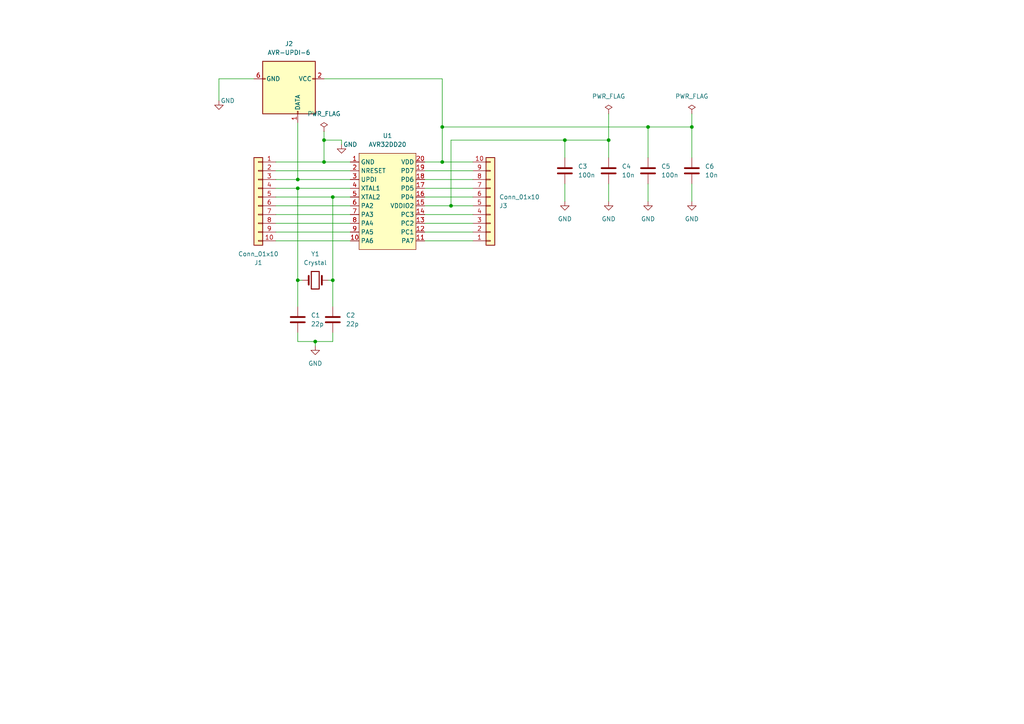
<source format=kicad_sch>
(kicad_sch (version 20211123) (generator eeschema)
  (paper "A4")
  (lib_symbols
    (symbol "Connector:AVR-UPDI-6" (pin_names (offset 1.016))
      (property "Reference" "J" (at -6.35 8.89 0))
      (property "Value" "AVR-UPDI-6" (at 0 8.89 0))
      (symbol "AVR-UPDI-6_0_1"
        (rectangle (start -2.667 -6.858) (end -2.413 -7.62))
        (rectangle (start -2.667 7.62) (end -2.413 6.858))
        (rectangle (start 7.62 2.667) (end 6.858 2.413))
        (rectangle (start 7.62 7.62) (end -7.62 -7.62) (stroke (width 0.254)) (fill (type background)))
      )
      (symbol "AVR-UPDI-6_1_1"
        (pin passive line (at 10.16 2.54 180) (length 2.54) (name "DATA") (number "1"))
        (pin passive line (at -2.54 10.16 270) (length 2.54) (name "VCC") (number "2"))
        (pin no_connect line (at 7.62 0 180) (length 2.54) hide (name "NC") (number "3"))
        (pin no_connect line (at 7.62 -2.54 180) (length 2.54) hide (name "NC") (number "4"))
        (pin no_connect line (at 7.62 -5.08 180) (length 2.54) hide (name "NC") (number "5"))
        (pin passive line (at -2.54 -10.16 90) (length 2.54) (name "GND") (number "6"))
      )
    )
    (symbol "Connector_Generic:Conn_01x10" (pin_names (offset 1.016) hide)
      (property "Reference" "J" (at 0 12.7 0))
      (property "Value" "Conn_01x10" (at 0 -15.24 0))
      (symbol "Conn_01x10_1_1"
        (rectangle (start -1.27 -12.573) (end 0 -12.827) (stroke (width 0.1524)))
        (rectangle (start -1.27 -10.033) (end 0 -10.287) (stroke (width 0.1524)))
        (rectangle (start -1.27 -7.493) (end 0 -7.747) (stroke (width 0.1524)))
        (rectangle (start -1.27 -4.953) (end 0 -5.207) (stroke (width 0.1524)))
        (rectangle (start -1.27 -2.413) (end 0 -2.667) (stroke (width 0.1524)))
        (rectangle (start -1.27 0.127) (end 0 -0.127) (stroke (width 0.1524)))
        (rectangle (start -1.27 2.667) (end 0 2.413) (stroke (width 0.1524)))
        (rectangle (start -1.27 5.207) (end 0 4.953) (stroke (width 0.1524)))
        (rectangle (start -1.27 7.747) (end 0 7.493) (stroke (width 0.1524)))
        (rectangle (start -1.27 10.287) (end 0 10.033) (stroke (width 0.1524)))
        (rectangle (start -1.27 11.43) (end 1.27 -13.97) (stroke (width 0.254)) (fill (type background)))
        (pin passive line (at -5.08 10.16 0) (length 3.81) (name "Pin_1") (number "1"))
        (pin passive line (at -5.08 -12.7 0) (length 3.81) (name "Pin_10") (number "10"))
        (pin passive line (at -5.08 7.62 0) (length 3.81) (name "Pin_2") (number "2"))
        (pin passive line (at -5.08 5.08 0) (length 3.81) (name "Pin_3") (number "3"))
        (pin passive line (at -5.08 2.54 0) (length 3.81) (name "Pin_4") (number "4"))
        (pin passive line (at -5.08 0 0) (length 3.81) (name "Pin_5") (number "5"))
        (pin passive line (at -5.08 -2.54 0) (length 3.81) (name "Pin_6") (number "6"))
        (pin passive line (at -5.08 -5.08 0) (length 3.81) (name "Pin_7") (number "7"))
        (pin passive line (at -5.08 -7.62 0) (length 3.81) (name "Pin_8") (number "8"))
        (pin passive line (at -5.08 -10.16 0) (length 3.81) (name "Pin_9") (number "9"))
      )
    )
    (symbol "Device:C" (pin_numbers hide) (pin_names (offset 0.254))
      (property "Reference" "C" (at 0.635 2.54 0))
      (property "Value" "C" (at 0.635 -2.54 0))
      (symbol "C_0_1"
        (polyline (pts (xy -2.032 -0.762) (xy 2.032 -0.762)) (stroke (width 0.508)))
        (polyline (pts (xy -2.032 0.762) (xy 2.032 0.762)) (stroke (width 0.508)))
      )
      (symbol "C_1_1"
        (pin passive line (at 0 3.81 270) (length 2.794) (name "~") (number "1"))
        (pin passive line (at 0 -3.81 90) (length 2.794) (name "~") (number "2"))
      )
    )
    (symbol "Device:Crystal" (pin_numbers hide) (pin_names (offset 1.016) hide)
      (property "Reference" "Y" (at 0 3.81 0))
      (property "Value" "Crystal" (at 0 -3.81 0))
      (symbol "Crystal_0_1"
        (rectangle (start -1.143 2.54) (end 1.143 -2.54) (stroke (width 0.3048)))
        (polyline (pts (xy -2.54 0) (xy -1.905 0)))
        (polyline (pts (xy -1.905 -1.27) (xy -1.905 1.27)) (stroke (width 0.508)))
        (polyline (pts (xy 1.905 -1.27) (xy 1.905 1.27)) (stroke (width 0.508)))
        (polyline (pts (xy 2.54 0) (xy 1.905 0)))
      )
      (symbol "Crystal_1_1"
        (pin passive line (at -3.81 0 0) (length 1.27) (name "1") (number "1"))
        (pin passive line (at 3.81 0 180) (length 1.27) (name "2") (number "2"))
      )
    )
    (symbol "avr32:AVR32DD20"
      (property "Reference" "U" (at 7.62 -26.67 0))
      (property "Value" "AVR32DD20" (at 8.89 3.81 0))
      (symbol "AVR32DD20_0_0"
        (pin power_in line (at -2.54 0 0) (length 2.54) (name "GND") (number "1"))
        (pin bidirectional line (at -2.54 -22.86 0) (length 2.54) (name "PA6") (number "10"))
        (pin bidirectional line (at 19.05 -22.86 180) (length 2.54) (name "PA7") (number "11"))
        (pin bidirectional line (at 19.05 -20.32 180) (length 2.54) (name "PC1") (number "12"))
        (pin bidirectional line (at 19.05 -17.78 180) (length 2.54) (name "PC2") (number "13"))
        (pin bidirectional line (at 19.05 -15.24 180) (length 2.54) (name "PC3") (number "14"))
        (pin power_in line (at 19.05 -12.7 180) (length 2.54) (name "VDDIO2") (number "15"))
        (pin bidirectional line (at 19.05 -10.16 180) (length 2.54) (name "PD4") (number "16"))
        (pin bidirectional line (at 19.05 -7.62 180) (length 2.54) (name "PD5") (number "17"))
        (pin bidirectional line (at 19.05 -5.08 180) (length 2.54) (name "PD6") (number "18"))
        (pin bidirectional line (at 19.05 -2.54 180) (length 2.54) (name "PD7") (number "19"))
        (pin bidirectional line (at -2.54 -2.54 0) (length 2.54) (name "NRESET") (number "2"))
        (pin power_in line (at 19.05 0 180) (length 2.54) (name "VDD") (number "20"))
        (pin bidirectional line (at -2.54 -5.08 0) (length 2.54) (name "UPDI") (number "3"))
        (pin bidirectional line (at -2.54 -7.62 0) (length 2.54) (name "XTAL1") (number "4"))
        (pin bidirectional line (at -2.54 -10.16 0) (length 2.54) (name "XTAL2") (number "5"))
        (pin bidirectional line (at -2.54 -12.7 0) (length 2.54) (name "PA2") (number "6"))
        (pin bidirectional line (at -2.54 -15.24 0) (length 2.54) (name "PA3") (number "7"))
        (pin bidirectional line (at -2.54 -17.78 0) (length 2.54) (name "PA4") (number "8"))
        (pin bidirectional line (at -2.54 -20.32 0) (length 2.54) (name "PA5") (number "9"))
      )
      (symbol "AVR32DD20_0_1"
        (rectangle (start 0 2.54) (end 16.51 -25.4) (fill (type background)))
      )
    )
    (symbol "power:GND" (power) (pin_names (offset 0))
      (property "Value" "GND" (at 0 -3.81 0))
      (symbol "GND_0_1"
        (polyline (pts (xy 0 0) (xy 0 -1.27) (xy 1.27 -1.27) (xy 0 -2.54) (xy -1.27 -1.27) (xy 0 -1.27)))
      )
      (symbol "GND_1_1"
        (pin power_in line (at 0 0 270) (length 0) hide (name "GND") (number "1"))
      )
    )
    (symbol "power:PWR_FLAG" (power) (pin_numbers hide) (pin_names (offset 0) hide)
      (property "Value" "PWR_FLAG" (at 0 3.81 0))
      (symbol "PWR_FLAG_0_0"
        (pin power_out line (at 0 0 90) (length 0) (name "pwr") (number "1"))
      )
      (symbol "PWR_FLAG_0_1"
        (polyline (pts (xy 0 0) (xy 0 1.27) (xy -1.016 1.905) (xy 0 2.54) (xy 1.016 1.905) (xy 0 1.27)))
      )
    )
  )
  (junction (at 200.66 36.83))
  (junction (at 86.36 54.61))
  (junction (at 96.52 81.28))
  (junction (at 163.83 40.64))
  (junction (at 93.98 46.99))
  (junction (at 86.36 52.07))
  (junction (at 128.27 36.83))
  (junction (at 96.52 57.15))
  (junction (at 130.81 59.69))
  (junction (at 187.96 36.83))
  (junction (at 86.36 81.28))
  (junction (at 176.53 40.64))
  (junction (at 91.44 99.06))
  (junction (at 128.27 46.99))
  (junction (at 93.98 40.64))
  (wire (pts (xy 73.66 22.86) (xy 63.5 22.86)))
  (wire (pts (xy 87.63 81.28) (xy 86.36 81.28)))
  (wire (pts (xy 86.36 54.61) (xy 101.6 54.61)))
  (wire (pts (xy 86.36 54.61) (xy 86.36 81.28)))
  (wire (pts (xy 128.27 46.99) (xy 137.16 46.99)))
  (wire (pts (xy 163.83 40.64) (xy 176.53 40.64)))
  (wire (pts (xy 123.19 46.99) (xy 128.27 46.99)))
  (wire (pts (xy 80.01 62.23) (xy 101.6 62.23)))
  (wire (pts (xy 96.52 57.15) (xy 96.52 81.28)))
  (wire (pts (xy 96.52 99.06) (xy 96.52 96.52)))
  (wire (pts (xy 80.01 59.69) (xy 101.6 59.69)))
  (wire (pts (xy 123.19 52.07) (xy 137.16 52.07)))
  (wire (pts (xy 128.27 36.83) (xy 187.96 36.83)))
  (wire (pts (xy 130.81 59.69) (xy 130.81 40.64)))
  (wire (pts (xy 130.81 59.69) (xy 137.16 59.69)))
  (wire (pts (xy 96.52 57.15) (xy 101.6 57.15)))
  (wire (pts (xy 176.53 33.02) (xy 176.53 40.64)))
  (wire (pts (xy 123.19 49.53) (xy 137.16 49.53)))
  (wire (pts (xy 80.01 64.77) (xy 101.6 64.77)))
  (wire (pts (xy 80.01 52.07) (xy 86.36 52.07)))
  (wire (pts (xy 128.27 22.86) (xy 128.27 36.83)))
  (wire (pts (xy 63.5 22.86) (xy 63.5 29.21)))
  (wire (pts (xy 123.19 54.61) (xy 137.16 54.61)))
  (wire (pts (xy 93.98 40.64) (xy 99.06 40.64)))
  (wire (pts (xy 91.44 99.06) (xy 91.44 100.33)))
  (wire (pts (xy 200.66 33.02) (xy 200.66 36.83)))
  (wire (pts (xy 187.96 53.34) (xy 187.96 58.42)))
  (wire (pts (xy 93.98 38.1) (xy 93.98 40.64)))
  (wire (pts (xy 93.98 46.99) (xy 101.6 46.99)))
  (wire (pts (xy 176.53 45.72) (xy 176.53 40.64)))
  (wire (pts (xy 86.36 35.56) (xy 86.36 52.07)))
  (wire (pts (xy 200.66 53.34) (xy 200.66 58.42)))
  (wire (pts (xy 128.27 46.99) (xy 128.27 36.83)))
  (wire (pts (xy 80.01 49.53) (xy 101.6 49.53)))
  (wire (pts (xy 80.01 67.31) (xy 101.6 67.31)))
  (wire (pts (xy 200.66 45.72) (xy 200.66 36.83)))
  (wire (pts (xy 80.01 69.85) (xy 101.6 69.85)))
  (wire (pts (xy 86.36 52.07) (xy 101.6 52.07)))
  (wire (pts (xy 123.19 62.23) (xy 137.16 62.23)))
  (wire (pts (xy 123.19 67.31) (xy 137.16 67.31)))
  (wire (pts (xy 163.83 53.34) (xy 163.83 58.42)))
  (wire (pts (xy 187.96 36.83) (xy 187.96 45.72)))
  (wire (pts (xy 93.98 22.86) (xy 128.27 22.86)))
  (wire (pts (xy 91.44 99.06) (xy 96.52 99.06)))
  (wire (pts (xy 200.66 36.83) (xy 187.96 36.83)))
  (wire (pts (xy 130.81 40.64) (xy 163.83 40.64)))
  (wire (pts (xy 123.19 57.15) (xy 137.16 57.15)))
  (wire (pts (xy 99.06 41.91) (xy 99.06 40.64)))
  (wire (pts (xy 80.01 46.99) (xy 93.98 46.99)))
  (wire (pts (xy 123.19 59.69) (xy 130.81 59.69)))
  (wire (pts (xy 93.98 40.64) (xy 93.98 46.99)))
  (wire (pts (xy 176.53 53.34) (xy 176.53 58.42)))
  (wire (pts (xy 86.36 99.06) (xy 91.44 99.06)))
  (wire (pts (xy 80.01 57.15) (xy 96.52 57.15)))
  (wire (pts (xy 86.36 81.28) (xy 86.36 88.9)))
  (wire (pts (xy 96.52 81.28) (xy 96.52 88.9)))
  (wire (pts (xy 163.83 40.64) (xy 163.83 45.72)))
  (wire (pts (xy 86.36 96.52) (xy 86.36 99.06)))
  (wire (pts (xy 80.01 54.61) (xy 86.36 54.61)))
  (wire (pts (xy 123.19 69.85) (xy 137.16 69.85)))
  (wire (pts (xy 123.19 64.77) (xy 137.16 64.77)))
  (wire (pts (xy 95.25 81.28) (xy 96.52 81.28)))
  (symbol (lib_id "power:GND") (at 200.66 58.42 0) (unit 1)
    (property "Reference" "#PWR07" (effects hide))
    (property "Value" "GND" (at 200.66 63.5 0))
  )
  (symbol (lib_id "Device:C") (at 200.66 49.53 180) (unit 1)
    (property "Reference" "C6" (at 204.47 48.2599 0) (effects (justify right)))
    (property "Value" "10n" (at 204.47 50.7999 0) (effects (justify right)))
    (property "Footprint" "Capacitor_SMD:C_1206_3216Metric_Pad1.33x1.80mm_HandSolder" (effects hide))
  )
  (symbol (lib_id "power:PWR_FLAG") (at 93.98 38.1 0) (unit 1)
    (property "Reference" "#FLG0101" (effects hide))
    (property "Value" "PWR_FLAG" (at 93.98 33.02 0))
  )
  (symbol (lib_id "power:GND") (at 187.96 58.42 0) (unit 1)
    (property "Reference" "#PWR06" (effects hide))
    (property "Value" "GND" (at 187.96 63.5 0))
  )
  (symbol (lib_id "Connector_Generic:Conn_01x10") (at 74.93 57.15 0) (mirror y) (unit 1)
    (property "Reference" "J1" (at 74.93 76.2 0))
    (property "Value" "Conn_01x10" (at 74.93 73.66 0))
    (property "Footprint" "Connector_PinHeader_2.54mm:PinHeader_1x10_P2.54mm_Vertical" (effects hide))
  )
  (symbol (lib_id "Device:C") (at 96.52 92.71 0) (unit 1)
    (property "Reference" "C2" (at 100.33 91.4399 0) (effects (justify left)))
    (property "Value" "22p" (at 100.33 93.9799 0) (effects (justify left)))
    (property "Footprint" "Capacitor_SMD:C_0805_2012Metric_Pad1.18x1.45mm_HandSolder" (effects hide))
  )
  (symbol (lib_id "power:GND") (at 99.06 41.91 0) (unit 1)
    (property "Reference" "#PWR03" (effects hide))
    (property "Value" "GND" (at 101.6 41.91 0))
  )
  (symbol (lib_id "power:PWR_FLAG") (at 200.66 33.02 0) (unit 1)
    (property "Reference" "#FLG02" (effects hide))
    (property "Value" "PWR_FLAG" (at 200.66 27.94 0))
  )
  (symbol (lib_id "power:PWR_FLAG") (at 176.53 33.02 0) (unit 1)
    (property "Reference" "#FLG01" (effects hide))
    (property "Value" "PWR_FLAG" (at 176.53 27.94 0))
  )
  (symbol (lib_id "power:GND") (at 91.44 100.33 0) (unit 1)
    (property "Reference" "#PWR02" (effects hide))
    (property "Value" "GND" (at 91.44 105.41 0))
  )
  (symbol (lib_id "Connector:AVR-UPDI-6") (at 83.82 25.4 270) (unit 1)
    (property "Reference" "J2" (at 83.82 12.7 90))
    (property "Value" "AVR-UPDI-6" (at 83.82 15.24 90))
    (property "Footprint" "Connector_PinHeader_2.54mm:PinHeader_2x03_P2.54mm_Vertical" (effects hide))
    (property "Datasheet" "https://www.microchip.com/webdoc/GUID-9D10622A-5C16-4405-B092-1BDD437B4976/index.html?GUID-9B349315-2842-4189-B88C-49F4E1055D7F" (effects hide))
  )
  (symbol (lib_id "Device:C") (at 187.96 49.53 180) (unit 1)
    (property "Reference" "C5" (at 191.77 48.2599 0) (effects (justify right)))
    (property "Value" "100n" (at 191.77 50.7999 0) (effects (justify right)))
    (property "Footprint" "Capacitor_SMD:C_1206_3216Metric_Pad1.33x1.80mm_HandSolder" (effects hide))
  )
  (symbol (lib_id "Device:C") (at 176.53 49.53 180) (unit 1)
    (property "Reference" "C4" (at 180.34 48.2599 0) (effects (justify right)))
    (property "Value" "10n" (at 180.34 50.7999 0) (effects (justify right)))
    (property "Footprint" "Capacitor_SMD:C_1206_3216Metric_Pad1.33x1.80mm_HandSolder" (effects hide))
  )
  (symbol (lib_id "avr32:AVR32DD20") (at 104.14 46.99 0) (unit 1)
    (property "Reference" "U1" (at 112.395 39.37 0))
    (property "Value" "AVR32DD20" (at 112.395 41.91 0))
    (property "Footprint" "Package_SO:SOIC-20W_7.5x12.8mm_P1.27mm" (effects hide))
  )
  (symbol (lib_id "Device:C") (at 86.36 92.71 0) (unit 1)
    (property "Reference" "C1" (at 90.17 91.4399 0) (effects (justify left)))
    (property "Value" "22p" (at 90.17 93.9799 0) (effects (justify left)))
    (property "Footprint" "Capacitor_SMD:C_0805_2012Metric_Pad1.18x1.45mm_HandSolder" (effects hide))
  )
  (symbol (lib_id "Device:Crystal") (at 91.44 81.28 180) (unit 1)
    (property "Reference" "Y1" (at 91.44 73.66 0))
    (property "Value" "Crystal" (at 91.44 76.2 0))
    (property "Footprint" "Crystal:Crystal_SMD_HC49-SD_HandSoldering" (effects hide))
  )
  (symbol (lib_id "Device:C") (at 163.83 49.53 180) (unit 1)
    (property "Reference" "C3" (at 167.64 48.26 0) (effects (justify right)))
    (property "Value" "100n" (at 167.64 50.8 0) (effects (justify right)))
    (property "Footprint" "Capacitor_SMD:C_1206_3216Metric_Pad1.33x1.80mm_HandSolder" (effects hide))
  )
  (symbol (lib_id "Connector_Generic:Conn_01x10") (at 142.24 59.69 0) (mirror x) (unit 1)
    (property "Reference" "J3" (at 144.78 59.6901 0) (effects (justify left)))
    (property "Value" "Conn_01x10" (at 144.78 57.15 0) (effects (justify left)))
    (property "Footprint" "Connector_PinHeader_2.54mm:PinHeader_1x10_P2.54mm_Vertical" (effects hide))
  )
  (symbol (lib_id "power:GND") (at 63.5 29.21 0) (unit 1)
    (property "Reference" "#PWR01" (effects hide))
    (property "Value" "GND" (at 66.04 29.21 0))
  )
  (symbol (lib_id "power:GND") (at 163.83 58.42 0) (unit 1)
    (property "Reference" "#PWR04" (effects hide))
    (property "Value" "GND" (at 163.83 63.5 0))
  )
  (symbol (lib_id "power:GND") (at 176.53 58.42 0) (unit 1)
    (property "Reference" "#PWR05" (effects hide))
    (property "Value" "GND" (at 176.53 63.5 0))
  )
)
</source>
